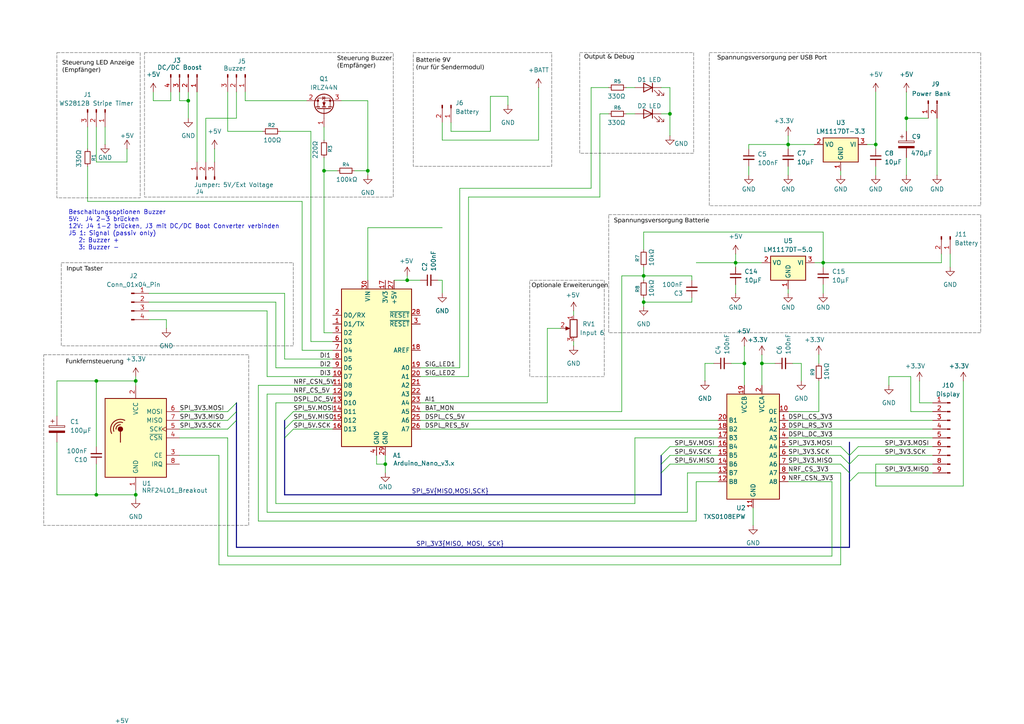
<source format=kicad_sch>
(kicad_sch (version 20250114) (generator "eeschema") (generator_version "9.0")
  (paper "A4")
  (title_block (title "Bogenampel") (date "2025-12-23") (rev "3.0") (comment 1 "Bestückung nach Bedarf") (comment 2 "Empfänger/Sender ") (comment 3 "Kombinierte Schaltung"))
  (lib_symbols
    (symbol "Connector:Conn_01x02_Pin" (pin_names (offset 1.016) (hide yes))
      (property "Reference" "J" (at 0 2.54 0))
      (property "Value" "Conn_01x02_Pin" (at 0 -5.08 0))
      (symbol "Conn_01x02_Pin_1_1"
        (pin passive line (at 5.08 0 180) (length 3.81) (name "Pin_1") (number "1"))
        (pin passive line (at 5.08 -2.54 180) (length 3.81) (name "Pin_2") (number "2"))
      )
    )
    (symbol "Connector:Conn_01x03_Pin" (pin_names (offset 1.016) (hide yes))
      (property "Reference" "J" (at 0 5.08 0))
      (property "Value" "Conn_01x03_Pin" (at 0 -5.08 0))
      (symbol "Conn_01x03_Pin_1_1"
        (pin passive line (at 5.08 2.54 180) (length 3.81) (name "Pin_1") (number "1"))
        (pin passive line (at 5.08 0 180) (length 3.81) (name "Pin_2") (number "2"))
        (pin passive line (at 5.08 -2.54 180) (length 3.81) (name "Pin_3") (number "3"))
      )
    )
    (symbol "Connector:Conn_01x04_Pin" (pin_names (offset 1.016) (hide yes))
      (property "Reference" "J" (at 0 5.08 0))
      (property "Value" "Conn_01x04_Pin" (at 0 -7.62 0))
      (symbol "Conn_01x04_Pin_1_1"
        (pin passive line (at 5.08 2.54 180) (length 3.81) (name "Pin_1") (number "1"))
        (pin passive line (at 5.08 0 180) (length 3.81) (name "Pin_2") (number "2"))
        (pin passive line (at 5.08 -2.54 180) (length 3.81) (name "Pin_3") (number "3"))
        (pin passive line (at 5.08 -5.08 180) (length 3.81) (name "Pin_4") (number "4"))
      )
    )
    (symbol "Connector:Conn_01x06_Pin" (pin_names (offset 1.016) (hide yes))
      (property "Reference" "J" (at 0 7.62 0))
      (property "Value" "Conn_01x06_Pin" (at 0 -10.16 0))
      (symbol "Conn_01x06_Pin_1_1"
        (pin passive line (at 5.08 5.08 180) (length 3.81) (name "Pin_1") (number "1"))
        (pin passive line (at 5.08 2.54 180) (length 3.81) (name "Pin_2") (number "2"))
        (pin passive line (at 5.08 0 180) (length 3.81) (name "Pin_3") (number "3"))
        (pin passive line (at 5.08 -2.54 180) (length 3.81) (name "Pin_4") (number "4"))
        (pin passive line (at 5.08 -5.08 180) (length 3.81) (name "Pin_5") (number "5"))
        (pin passive line (at 5.08 -7.62 180) (length 3.81) (name "Pin_6") (number "6"))
      )
    )
    (symbol "Connector:Conn_01x09_Pin" (pin_names (offset 1.016) (hide yes))
      (property "Reference" "J" (at 0 12.7 0))
      (property "Value" "Conn_01x09_Pin" (at 0 -12.7 0))
      (symbol "Conn_01x09_Pin_1_1"
        (pin passive line (at 5.08 10.16 180) (length 3.81) (name "Pin_1") (number "1"))
        (pin passive line (at 5.08 7.62 180) (length 3.81) (name "Pin_2") (number "2"))
        (pin passive line (at 5.08 5.08 180) (length 3.81) (name "Pin_3") (number "3"))
        (pin passive line (at 5.08 2.54 180) (length 3.81) (name "Pin_4") (number "4"))
        (pin passive line (at 5.08 0 180) (length 3.81) (name "Pin_5") (number "5"))
        (pin passive line (at 5.08 -2.54 180) (length 3.81) (name "Pin_6") (number "6"))
        (pin passive line (at 5.08 -5.08 180) (length 3.81) (name "Pin_7") (number "7"))
        (pin passive line (at 5.08 -7.62 180) (length 3.81) (name "Pin_8") (number "8"))
        (pin passive line (at 5.08 -10.16 180) (length 3.81) (name "Pin_9") (number "9"))
      )
    )
    (symbol "Device:C_Polarized" (pin_numbers (hide yes)) (pin_names (offset 0.254))
      (property "Reference" "C" (at 0.635 2.54 0))
      (property "Value" "C_Polarized" (at 0.635 -2.54 0))
      (symbol "C_Polarized_1_1"
        (pin passive line (at 0 3.81 270) (length 2.794) (name "~") (number "1"))
        (pin passive line (at 0 -3.81 90) (length 2.794) (name "~") (number "2"))
      )
    )
    (symbol "Device:C_Small" (pin_numbers (hide yes)) (pin_names (offset 0.254) (hide yes))
      (property "Reference" "C" (at 0.254 1.778 0))
      (property "Value" "C_Small" (at 0.254 -2.032 0))
      (symbol "C_Small_1_1"
        (pin passive line (at 0 2.54 270) (length 2.032) (name "~") (number "1"))
        (pin passive line (at 0 -2.54 90) (length 2.032) (name "~") (number "2"))
      )
    )
    (symbol "Device:Crystal" (pin_numbers (hide yes)) (pin_names (offset 1.016) (hide yes))
      (property "Reference" "Y" (at 0 3.81 0))
      (property "Value" "Crystal" (at 0 -3.81 0))
      (symbol "Crystal_1_1"
        (pin passive line (at -3.81 0 0) (length 1.27) (name "1") (number "1"))
        (pin passive line (at 3.81 0 180) (length 1.27) (name "2") (number "2"))
      )
    )
    (symbol "Device:LED" (pin_numbers (hide yes)) (pin_names (offset 1.016) (hide yes))
      (property "Reference" "D" (at 0 2.54 0))
      (property "Value" "LED" (at 0 -2.54 0))
      (symbol "LED_1_1"
        (pin passive line (at -3.81 0 0) (length 2.54) (name "K") (number "1"))
        (pin passive line (at 3.81 0 180) (length 2.54) (name "A") (number "2"))
      )
    )
    (symbol "Device:R_Potentiometer" (pin_names (offset 1.016) (hide yes))
      (property "Reference" "RV" (at -4.445 0 90))
      (property "Value" "R_Potentiometer" (at -2.54 0 90))
      (symbol "R_Potentiometer_1_1"
        (pin passive line (at 0 3.81 270) (length 1.27) (name "1") (number "1"))
        (pin passive line (at 0 -3.81 90) (length 1.27) (name "3") (number "3"))
        (pin passive line (at 3.81 0 180) (length 1.27) (name "2") (number "2"))
      )
    )
    (symbol "Device:R_Small" (pin_numbers (hide yes)) (pin_names (offset 0.254) (hide yes))
      (property "Reference" "R" (at 0 0 90))
      (property "Value" "R_Small" (at 1.778 0 90))
      (symbol "R_Small_1_1"
        (pin passive line (at 0 2.54 270) (length 0.762) (name "~") (number "1"))
        (pin passive line (at 0 -2.54 90) (length 0.762) (name "~") (number "2"))
      )
    )
    (symbol "Logic_LevelTranslator:TXS0108EPW"
      (property "Reference" "U" (at -6.35 16.51 0))
      (property "Value" "TXS0108EPW" (at 3.81 16.51 0))
      (symbol "TXS0108EPW_1_1"
        (pin input line (at -10.16 10.16 0) (length 2.54) (name "OE") (number "10"))
        (pin bidirectional line (at -10.16 7.62 0) (length 2.54) (name "A1") (number "1"))
        (pin bidirectional line (at -10.16 5.08 0) (length 2.54) (name "A2") (number "3"))
        (pin bidirectional line (at -10.16 2.54 0) (length 2.54) (name "A3") (number "4"))
        (pin bidirectional line (at -10.16 0 0) (length 2.54) (name "A4") (number "5"))
        (pin bidirectional line (at -10.16 -2.54 0) (length 2.54) (name "A5") (number "6"))
        (pin bidirectional line (at -10.16 -5.08 0) (length 2.54) (name "A6") (number "7"))
        (pin bidirectional line (at -10.16 -7.62 0) (length 2.54) (name "A7") (number "8"))
        (pin bidirectional line (at -10.16 -10.16 0) (length 2.54) (name "A8") (number "9"))
        (pin power_in line (at -2.54 17.78 270) (length 2.54) (name "VCCA") (number "2"))
        (pin power_in line (at 0 -17.78 90) (length 2.54) (name "GND") (number "11"))
        (pin power_in line (at 2.54 17.78 270) (length 2.54) (name "VCCB") (number "19"))
        (pin bidirectional line (at 10.16 7.62 180) (length 2.54) (name "B1") (number "20"))
        (pin bidirectional line (at 10.16 5.08 180) (length 2.54) (name "B2") (number "18"))
        (pin bidirectional line (at 10.16 2.54 180) (length 2.54) (name "B3") (number "17"))
        (pin bidirectional line (at 10.16 0 180) (length 2.54) (name "B4") (number "16"))
        (pin bidirectional line (at 10.16 -2.54 180) (length 2.54) (name "B5") (number "15"))
        (pin bidirectional line (at 10.16 -5.08 180) (length 2.54) (name "B6") (number "14"))
        (pin bidirectional line (at 10.16 -7.62 180) (length 2.54) (name "B7") (number "13"))
        (pin bidirectional line (at 10.16 -10.16 180) (length 2.54) (name "B8") (number "12"))
      )
    )
    (symbol "MCU_Microchip_ATmega:ATmega328P-A"
      (property "Reference" "U" (at -12.7 36.83 0))
      (property "Value" "ATmega328P-A" (at 2.54 -36.83 0))
      (symbol "ATmega328P-A_1_1"
        (pin passive line (at -15.24 30.48 0) (length 2.54) (name "AREF") (number "20"))
        (pin input line (at -15.24 25.4 0) (length 2.54) (name "ADC6") (number "19"))
        (pin input line (at -15.24 22.86 0) (length 2.54) (name "ADC7") (number "22"))
        (pin power_in line (at 0 38.1 270) (length 2.54) (name "VCC") (number "4"))
        (pin passive line (at 0 38.1 270) (length 2.54) (hide yes) (name "VCC") (number "6"))
        (pin passive line (at 0 -38.1 90) (length 2.54) (hide yes) (name "GND") (number "21"))
        (pin power_in line (at 0 -38.1 90) (length 2.54) (name "GND") (number "3"))
        (pin passive line (at 0 -38.1 90) (length 2.54) (hide yes) (name "GND") (number "5"))
        (pin power_in line (at 2.54 38.1 270) (length 2.54) (name "AVCC") (number "18"))
        (pin bidirectional line (at 15.24 30.48 180) (length 2.54) (name "PB0") (number "12"))
        (pin bidirectional line (at 15.24 27.94 180) (length 2.54) (name "PB1") (number "13"))
        (pin bidirectional line (at 15.24 25.4 180) (length 2.54) (name "PB2") (number "14"))
        (pin bidirectional line (at 15.24 22.86 180) (length 2.54) (name "PB3") (number "15"))
        (pin bidirectional line (at 15.24 20.32 180) (length 2.54) (name "PB4") (number "16"))
        (pin bidirectional line (at 15.24 17.78 180) (length 2.54) (name "PB5") (number "17"))
        (pin bidirectional line (at 15.24 15.24 180) (length 2.54) (name "XTAL1/PB6") (number "7"))
        (pin bidirectional line (at 15.24 12.7 180) (length 2.54) (name "XTAL2/PB7") (number "8"))
        (pin bidirectional line (at 15.24 7.62 180) (length 2.54) (name "PC0") (number "23"))
        (pin bidirectional line (at 15.24 5.08 180) (length 2.54) (name "PC1") (number "24"))
        (pin bidirectional line (at 15.24 2.54 180) (length 2.54) (name "PC2") (number "25"))
        (pin bidirectional line (at 15.24 0 180) (length 2.54) (name "PC3") (number "26"))
        (pin bidirectional line (at 15.24 -2.54 180) (length 2.54) (name "PC4") (number "27"))
        (pin bidirectional line (at 15.24 -5.08 180) (length 2.54) (name "PC5") (number "28"))
        (pin bidirectional line (at 15.24 -7.62 180) (length 2.54) (name "~{RESET}/PC6") (number "29"))
        (pin bidirectional line (at 15.24 -12.7 180) (length 2.54) (name "PD0") (number "30"))
        (pin bidirectional line (at 15.24 -15.24 180) (length 2.54) (name "PD1") (number "31"))
        (pin bidirectional line (at 15.24 -17.78 180) (length 2.54) (name "PD2") (number "32"))
        (pin bidirectional line (at 15.24 -20.32 180) (length 2.54) (name "PD3") (number "1"))
        (pin bidirectional line (at 15.24 -22.86 180) (length 2.54) (name "PD4") (number "2"))
        (pin bidirectional line (at 15.24 -25.4 180) (length 2.54) (name "PD5") (number "9"))
        (pin bidirectional line (at 15.24 -27.94 180) (length 2.54) (name "PD6") (number "10"))
        (pin bidirectional line (at 15.24 -30.48 180) (length 2.54) (name "PD7") (number "11"))
      )
    )
    (symbol "MCU_Module:Arduino_Nano_v3.x"
      (property "Reference" "A" (at -10.16 23.495 0))
      (property "Value" "Arduino_Nano_v3.x" (at 5.08 -24.13 0))
      (symbol "Arduino_Nano_v3.x_1_1"
        (pin bidirectional line (at -12.7 15.24 0) (length 2.54) (name "D0/RX") (number "2"))
        (pin bidirectional line (at -12.7 12.7 0) (length 2.54) (name "D1/TX") (number "1"))
        (pin bidirectional line (at -12.7 10.16 0) (length 2.54) (name "D2") (number "5"))
        (pin bidirectional line (at -12.7 7.62 0) (length 2.54) (name "D3") (number "6"))
        (pin bidirectional line (at -12.7 5.08 0) (length 2.54) (name "D4") (number "7"))
        (pin bidirectional line (at -12.7 2.54 0) (length 2.54) (name "D5") (number "8"))
        (pin bidirectional line (at -12.7 0 0) (length 2.54) (name "D6") (number "9"))
        (pin bidirectional line (at -12.7 -2.54 0) (length 2.54) (name "D7") (number "10"))
        (pin bidirectional line (at -12.7 -5.08 0) (length 2.54) (name "D8") (number "11"))
        (pin bidirectional line (at -12.7 -7.62 0) (length 2.54) (name "D9") (number "12"))
        (pin bidirectional line (at -12.7 -10.16 0) (length 2.54) (name "D10") (number "13"))
        (pin bidirectional line (at -12.7 -12.7 0) (length 2.54) (name "D11") (number "14"))
        (pin bidirectional line (at -12.7 -15.24 0) (length 2.54) (name "D12") (number "15"))
        (pin bidirectional line (at -12.7 -17.78 0) (length 2.54) (name "D13") (number "16"))
        (pin power_in line (at -2.54 25.4 270) (length 2.54) (name "VIN") (number "30"))
        (pin power_in line (at 0 -25.4 90) (length 2.54) (name "GND") (number "4"))
        (pin power_out line (at 2.54 25.4 270) (length 2.54) (name "3V3") (number "17"))
        (pin power_in line (at 2.54 -25.4 90) (length 2.54) (name "GND") (number "29"))
        (pin power_out line (at 5.08 25.4 270) (length 2.54) (name "+5V") (number "27"))
        (pin input line (at 12.7 15.24 180) (length 2.54) (name "~{RESET}") (number "28"))
        (pin input line (at 12.7 12.7 180) (length 2.54) (name "~{RESET}") (number "3"))
        (pin input line (at 12.7 5.08 180) (length 2.54) (name "AREF") (number "18"))
        (pin bidirectional line (at 12.7 0 180) (length 2.54) (name "A0") (number "19"))
        (pin bidirectional line (at 12.7 -2.54 180) (length 2.54) (name "A1") (number "20"))
        (pin bidirectional line (at 12.7 -5.08 180) (length 2.54) (name "A2") (number "21"))
        (pin bidirectional line (at 12.7 -7.62 180) (length 2.54) (name "A3") (number "22"))
        (pin bidirectional line (at 12.7 -10.16 180) (length 2.54) (name "A4") (number "23"))
        (pin bidirectional line (at 12.7 -12.7 180) (length 2.54) (name "A5") (number "24"))
        (pin bidirectional line (at 12.7 -15.24 180) (length 2.54) (name "A6") (number "25"))
        (pin bidirectional line (at 12.7 -17.78 180) (length 2.54) (name "A7") (number "26"))
      )
    )
    (symbol "RF:NRF24L01_Breakout" (pin_names (offset 1.016))
      (property "Reference" "U" (at -8.89 12.7 0))
      (property "Value" "NRF24L01_Breakout" (at 3.81 12.7 0))
      (symbol "NRF24L01_Breakout_1_1"
        (pin input line (at -12.7 7.62 0) (length 3.81) (name "MOSI") (number "6"))
        (pin output line (at -12.7 5.08 0) (length 3.81) (name "MISO") (number "7"))
        (pin input clock (at -12.7 2.54 0) (length 3.81) (name "SCK") (number "5"))
        (pin input line (at -12.7 0 0) (length 3.81) (name "~{CSN}") (number "4"))
        (pin input line (at -12.7 -5.08 0) (length 3.81) (name "CE") (number "3"))
        (pin output line (at -12.7 -7.62 0) (length 3.81) (name "IRQ") (number "8"))
        (pin power_in line (at 0 15.24 270) (length 3.81) (name "VCC") (number "2"))
        (pin power_in line (at 0 -15.24 90) (length 3.81) (name "GND") (number "1"))
      )
    )
    (symbol "Regulator_Linear:LM1117DT-3.3"
      (property "Reference" "U" (at -3.81 3.175 0))
      (property "Value" "LM1117DT-3.3" (at 0 3.175 0))
      (symbol "LM1117DT-3.3_1_1"
        (pin power_in line (at -7.62 0 0) (length 2.54) (name "VI") (number "3"))
        (pin power_in line (at 0 -7.62 90) (length 2.54) (name "GND") (number "1"))
        (pin power_out line (at 7.62 0 180) (length 2.54) (name "VO") (number "2"))
      )
    )
    (symbol "Transistor_FET:IRLZ44N" (pin_names (hide yes))
      (property "Reference" "Q" (at 5.08 1.905 0))
      (property "Value" "IRLZ44N" (at 5.08 0 0))
      (symbol "IRLZ44N_1_1"
        (pin input line (at -5.08 0 0) (length 2.54) (name "G") (number "1"))
        (pin passive line (at 2.54 5.08 270) (length 2.54) (name "D") (number "2"))
        (pin passive line (at 2.54 -5.08 90) (length 2.54) (name "S") (number "3"))
      )
    )
    (symbol "power:+3.3V" (power) (pin_numbers (hide yes)) (pin_names (offset 0) (hide yes))
      (property "Value" "+3.3V" (at 0 3.556 0))
      (symbol "+3.3V_1_1"
        (pin power_in line (at 0 0 90) (length 0) (name "~") (number "1"))
      )
    )
    (symbol "power:+5V" (power) (pin_numbers (hide yes)) (pin_names (offset 0) (hide yes))
      (property "Value" "+5V" (at 0 3.556 0))
      (symbol "+5V_1_1"
        (pin power_in line (at 0 0 90) (length 0) (name "~") (number "1"))
      )
    )
    (symbol "power:+BATT" (power) (pin_numbers (hide yes)) (pin_names (offset 0) (hide yes))
      (property "Value" "+BATT" (at 0 3.556 0))
      (symbol "+BATT_1_1"
        (pin power_in line (at 0 0 90) (length 0) (name "~") (number "1"))
      )
    )
    (symbol "power:GND" (power) (pin_numbers (hide yes)) (pin_names (offset 0) (hide yes))
      (property "Value" "GND" (at 0 -3.81 0))
      (symbol "GND_1_1"
        (pin power_in line (at 0 0 270) (length 0) (name "~") (number "1"))
      )
    )
  )
  (rectangle (start 168.148 15.24) (end 201.168 44.45) (stroke (width 0.0508) (type dash) (color 0 0 0 1)))
  (rectangle (start 17.78 76.2) (end 85.09 100.33) (stroke (width 0.0508) (type dash) (color 0 0 0 1)))
  (rectangle (start 205.74 15.24) (end 284.48 59.69) (stroke (width 0.0508) (type dash) (color 0 0 0 1)))
  (rectangle (start 16.51 15.24) (end 40.64 57.404) (stroke (width 0.0508) (type dash) (color 0 0 0 1)))
  (rectangle (start 153.67 81.28) (end 175.26 109.22) (stroke (width 0.0508) (type dash) (color 0 0 0 1)))
  (rectangle (start 176.53 62.23) (end 284.48 96.52) (stroke (width 0.0508) (type dash) (color 0 0 0 1)))
  (rectangle (start 12.7 102.87) (end 72.136 152.4) (stroke (width 0.0508) (type dash) (color 0 0 0 1)))
  (rectangle (start 119.888 15.24) (end 160.02 48.26) (stroke (width 0.0508) (type dash) (color 0 0 0 1)))
  (rectangle (start 41.91 15.24) (end 114.046 57.15) (stroke (width 0.0508) (type dash) (color 0 0 0 1)))
  (text "Steuerung Buzzer\n(Empfänger)" (at 97.79 18.542 0) (effects (font (size 1.27 1.27)) (justify left)))
  (text "Beschaltungsoptionen Buzzer\n5V:  J4 2-3 brücken\n12V: J4 1-2 brücken, J3 mit DC/DC Boot Converter verbinden\nJ5 1: Signal (passiv only) \n   2: Buzzer + \n   3: Buzzer -\n\n\n" (at 19.812 68.834 0) (effects (font (size 1.27 1.27)) (justify left)))
  (text "Input Taster" (at 19.304 78.486 0) (effects (font (size 1.27 1.27)) (justify left)))
  (text "Steuerung LED Anzeige\n(Empfänger)" (at 18.034 19.812 0) (effects (font (size 1.27 1.27)) (justify left)))
  (text "Spannungsversorgung per USB Port" (at 208.026 17.272 0) (effects (font (size 1.27 1.27)) (justify left)))
  (text "Batterie 9V\n(nur für Sendermodul)\n" (at 120.65 19.05 0) (effects (font (size 1.27 1.27)) (justify left)))
  (text "Spannungsversorgung Batterie\n" (at 178.054 64.516 0) (effects (font (size 1.27 1.27)) (justify left)))
  (text "Optionale Erweiterungen\n" (at 154.178 83.312 0) (effects (font (size 1.27 1.27)) (justify left)))
  (text "Funkfernsteuerung" (at 19.05 105.41 0) (effects (font (size 1.27 1.27)) (justify left)))
  (text "Output & Debug\n" (at 169.418 17.018 0) (effects (font (size 1.27 1.27)) (justify left)))
  (junction (at 106.68 49.53))
  (junction (at 35.56 214.63))
  (junction (at 50.8 302.26))
  (junction (at 194.31 33.02))
  (junction (at 186.69 80.01))
  (junction (at 50.8 214.63))
  (junction (at 118.11 81.28))
  (junction (at 54.61 29.21))
  (junction (at 228.6 41.91))
  (junction (at 27.94 143.51))
  (junction (at 215.9 105.41))
  (junction (at 27.94 110.49))
  (junction (at 39.37 143.51))
  (junction (at 99.06 243.84))
  (junction (at 213.36 76.2))
  (junction (at 238.76 76.2))
  (junction (at 254 41.91))
  (junction (at 186.69 87.63))
  (junction (at 111.76 134.62))
  (junction (at 220.98 105.41))
  (junction (at 39.37 110.49))
  (junction (at 262.89 34.29))
  (junction (at 85.09 243.84))
  (junction (at 93.98 49.53))
  (junction (at 166.37 262.89))
  (bus_entry (at 191.77 137.16) (size 2.54 -2.54))
  (bus_entry (at 246.38 132.08) (size -2.54 -2.54))
  (bus_entry (at 82.55 124.46) (size 2.54 -2.54))
  (bus_entry (at 246.38 139.7) (size 2.54 -2.54))
  (bus_entry (at 68.58 116.84) (size -2.54 2.54))
  (bus_entry (at 68.58 119.38) (size -2.54 2.54))
  (bus_entry (at 68.58 121.92) (size -2.54 2.54))
  (bus_entry (at 191.77 134.62) (size 2.54 -2.54))
  (bus_entry (at 246.38 137.16) (size -2.54 -2.54))
  (bus_entry (at 191.77 132.08) (size 2.54 -2.54))
  (bus_entry (at 82.55 127) (size 2.54 -2.54))
  (bus_entry (at 246.38 132.08) (size 2.54 -2.54))
  (bus_entry (at 246.38 134.62) (size 2.54 -2.54))
  (bus_entry (at 246.38 134.62) (size -2.54 -2.54))
  (bus_entry (at 82.55 121.92) (size 2.54 -2.54))
  (wire (pts (xy 254 134.62) (xy 254 140.97)))
  (wire (pts (xy 236.22 41.91) (xy 228.6 41.91)))
  (wire (pts (xy 254 43.18) (xy 254 41.91)))
  (wire (pts (xy 254 41.91) (xy 251.46 41.91)))
  (wire (pts (xy 106.68 29.21) (xy 106.68 49.53)))
  (wire (pts (xy 133.35 54.61) (xy 133.35 106.68)))
  (wire (pts (xy 237.49 102.87) (xy 237.49 105.41)))
  (bus (pts (xy 68.58 158.75) (xy 246.38 158.75)))
  (bus (pts (xy 82.55 124.46) (xy 82.55 127)))
  (wire (pts (xy 186.69 80.01) (xy 186.69 81.28)))
  (bus (pts (xy 82.55 143.51) (xy 191.77 143.51)))
  (wire (pts (xy 236.22 76.2) (xy 238.76 76.2)))
  (wire (pts (xy 228.6 119.38) (xy 237.49 119.38)))
  (wire (pts (xy 77.47 148.59) (xy 199.39 148.59)))
  (wire (pts (xy 232.41 105.41) (xy 232.41 110.49)))
  (wire (pts (xy 102.87 49.53) (xy 106.68 49.53)))
  (wire (pts (xy 184.15 33.02) (xy 181.61 33.02)))
  (wire (pts (xy 166.37 262.89) (xy 173.99 262.89)))
  (wire (pts (xy 68.58 34.29) (xy 68.58 26.67)))
  (wire (pts (xy 204.47 110.49) (xy 204.47 105.41)))
  (wire (pts (xy 85.09 243.84) (xy 85.09 242.57)))
  (wire (pts (xy 194.31 33.02) (xy 194.31 39.37)))
  (wire (pts (xy 184.15 25.4) (xy 181.61 25.4)))
  (wire (pts (xy 215.9 100.33) (xy 215.9 105.41)))
  (wire (pts (xy 228.6 41.91) (xy 217.17 41.91)))
  (wire (pts (xy 59.69 34.29) (xy 68.58 34.29)))
  (wire (pts (xy 27.94 46.99) (xy 36.83 46.99)))
  (wire (pts (xy 262.89 34.29) (xy 262.89 38.1)))
  (wire (pts (xy 35.56 214.63) (xy 50.8 214.63)))
  (wire (pts (xy 27.94 110.49) (xy 16.51 110.49)))
  (wire (pts (xy 212.09 105.41) (xy 215.9 105.41)))
  (wire (pts (xy 121.92 116.84) (xy 158.75 116.84)))
  (wire (pts (xy 271.78 34.29) (xy 271.78 50.8)))
  (wire (pts (xy 182.88 280.67) (xy 182.88 257.81)))
  (wire (pts (xy 243.84 49.53) (xy 243.84 50.8)))
  (wire (pts (xy 87.63 101.6) (xy 96.52 101.6)))
  (wire (pts (xy 111.76 132.08) (xy 111.76 134.62)))
  (wire (pts (xy 66.04 161.29) (xy 66.04 127)))
  (wire (pts (xy 121.92 106.68) (xy 133.35 106.68)))
  (wire (pts (xy 93.98 49.53) (xy 93.98 45.72)))
  (wire (pts (xy 228.6 129.54) (xy 243.84 129.54)))
  (wire (pts (xy 173.99 33.02) (xy 173.99 57.15)))
  (wire (pts (xy 39.37 143.51) (xy 39.37 144.78)))
  (wire (pts (xy 80.01 146.05) (xy 184.15 146.05)))
  (wire (pts (xy 77.47 114.3) (xy 96.52 114.3)))
  (wire (pts (xy 228.6 83.82) (xy 228.6 85.09)))
  (wire (pts (xy 96.52 116.84) (xy 80.01 116.84)))
  (wire (pts (xy 85.09 124.46) (xy 96.52 124.46)))
  (wire (pts (xy 238.76 82.55) (xy 238.76 85.09)))
  (wire (pts (xy 66.04 262.89) (xy 166.37 262.89)))
  (wire (pts (xy 248.92 137.16) (xy 270.51 137.16)))
  (wire (pts (xy 54.61 29.21) (xy 54.61 34.29)))
  (wire (pts (xy 118.11 81.28) (xy 114.3 81.28)))
  (wire (pts (xy 185.42 283.21) (xy 147.32 283.21)))
  (wire (pts (xy 158.75 95.25) (xy 158.75 116.84)))
  (wire (pts (xy 27.94 36.83) (xy 27.94 46.99)))
  (wire (pts (xy 118.11 81.28) (xy 118.11 80.01)))
  (wire (pts (xy 228.6 48.26) (xy 228.6 50.8)))
  (wire (pts (xy 93.98 96.52) (xy 96.52 96.52)))
  (wire (pts (xy 127 81.28) (xy 128.27 81.28)))
  (wire (pts (xy 39.37 110.49) (xy 27.94 110.49)))
  (wire (pts (xy 85.09 242.57) (xy 66.04 242.57)))
  (wire (pts (xy 213.36 76.2) (xy 213.36 77.47)))
  (wire (pts (xy 243.84 163.83) (xy 63.5 163.83)))
  (wire (pts (xy 215.9 105.41) (xy 215.9 111.76)))
  (bus (pts (xy 246.38 139.7) (xy 246.38 158.75)))
  (wire (pts (xy 199.39 137.16) (xy 208.28 137.16)))
  (wire (pts (xy 171.45 54.61) (xy 133.35 54.61)))
  (wire (pts (xy 142.24 38.1) (xy 130.81 38.1)))
  (wire (pts (xy 228.6 124.46) (xy 270.51 124.46)))
  (wire (pts (xy 257.81 109.22) (xy 264.16 109.22)))
  (wire (pts (xy 186.69 77.47) (xy 186.69 80.01)))
  (wire (pts (xy 186.69 67.31) (xy 186.69 72.39)))
  (wire (pts (xy 228.6 41.91) (xy 228.6 43.18)))
  (wire (pts (xy 171.45 25.4) (xy 171.45 54.61)))
  (wire (pts (xy 147.32 283.21) (xy 147.32 270.51)))
  (bus (pts (xy 82.55 127) (xy 82.55 143.51)))
  (wire (pts (xy 218.44 147.32) (xy 218.44 152.4)))
  (wire (pts (xy 217.17 48.26) (xy 217.17 50.8)))
  (wire (pts (xy 173.99 33.02) (xy 176.53 33.02)))
  (wire (pts (xy 243.84 137.16) (xy 243.84 163.83)))
  (wire (pts (xy 52.07 132.08) (xy 63.5 132.08)))
  (wire (pts (xy 176.53 25.4) (xy 171.45 25.4)))
  (wire (pts (xy 228.6 121.92) (xy 270.51 121.92)))
  (wire (pts (xy 66.04 127) (xy 52.07 127)))
  (wire (pts (xy 185.42 240.03) (xy 189.23 240.03)))
  (wire (pts (xy 66.04 26.67) (xy 66.04 38.1)))
  (wire (pts (xy 147.32 270.51) (xy 66.04 270.51)))
  (wire (pts (xy 182.88 242.57) (xy 182.88 255.27)))
  (bus (pts (xy 68.58 116.84) (xy 68.58 119.38)))
  (wire (pts (xy 185.42 260.35) (xy 185.42 283.21)))
  (wire (pts (xy 43.18 85.09) (xy 82.55 85.09)))
  (wire (pts (xy 50.8 302.26) (xy 50.8 306.07)))
  (wire (pts (xy 147.32 27.94) (xy 142.24 27.94)))
  (wire (pts (xy 25.4 36.83) (xy 25.4 43.18)))
  (wire (pts (xy 172.72 270.51) (xy 172.72 274.32)))
  (wire (pts (xy 194.31 33.02) (xy 191.77 33.02)))
  (wire (pts (xy 111.76 134.62) (xy 111.76 137.16)))
  (wire (pts (xy 106.68 81.28) (xy 106.68 66.04)))
  (wire (pts (xy 66.04 267.97) (xy 149.86 267.97)))
  (wire (pts (xy 27.94 134.62) (xy 27.94 143.51)))
  (wire (pts (xy 63.5 163.83) (xy 63.5 132.08)))
  (wire (pts (xy 130.81 38.1) (xy 130.81 35.56)))
  (wire (pts (xy 82.55 104.14) (xy 96.52 104.14)))
  (wire (pts (xy 200.66 86.36) (xy 200.66 87.63)))
  (wire (pts (xy 229.87 105.41) (xy 232.41 105.41)))
  (wire (pts (xy 156.21 40.64) (xy 128.27 40.64)))
  (wire (pts (xy 248.92 132.08) (xy 270.51 132.08)))
  (wire (pts (xy 128.27 81.28) (xy 128.27 85.09)))
  (wire (pts (xy 52.07 124.46) (xy 66.04 124.46)))
  (wire (pts (xy 80.01 116.84) (xy 80.01 146.05)))
  (wire (pts (xy 204.47 105.41) (xy 207.01 105.41)))
  (wire (pts (xy 220.98 111.76) (xy 220.98 105.41)))
  (wire (pts (xy 121.92 124.46) (xy 208.28 124.46)))
  (wire (pts (xy 87.63 58.42) (xy 87.63 101.6)))
  (wire (pts (xy 40.64 302.26) (xy 43.18 302.26)))
  (wire (pts (xy 184.15 127) (xy 208.28 127)))
  (wire (pts (xy 186.69 67.31) (xy 238.76 67.31)))
  (wire (pts (xy 121.92 119.38) (xy 180.34 119.38)))
  (wire (pts (xy 254 26.67) (xy 254 41.91)))
  (wire (pts (xy 186.69 260.35) (xy 185.42 260.35)))
  (wire (pts (xy 85.09 119.38) (xy 96.52 119.38)))
  (wire (pts (xy 238.76 67.31) (xy 238.76 76.2)))
  (wire (pts (xy 50.8 214.63) (xy 50.8 217.17)))
  (bus (pts (xy 191.77 132.08) (xy 191.77 134.62)))
  (wire (pts (xy 43.18 92.71) (xy 48.26 92.71)))
  (wire (pts (xy 199.39 148.59) (xy 199.39 137.16)))
  (wire (pts (xy 85.09 243.84) (xy 85.09 247.65)))
  (bus (pts (xy 246.38 134.62) (xy 246.38 137.16)))
  (wire (pts (xy 173.99 57.15) (xy 135.89 57.15)))
  (wire (pts (xy 54.61 26.67) (xy 54.61 29.21)))
  (wire (pts (xy 71.12 29.21) (xy 88.9 29.21)))
  (wire (pts (xy 77.47 109.22) (xy 96.52 109.22)))
  (wire (pts (xy 186.69 86.36) (xy 186.69 87.63)))
  (wire (pts (xy 57.15 26.67) (xy 57.15 46.99)))
  (wire (pts (xy 99.06 243.84) (xy 99.06 247.65)))
  (wire (pts (xy 194.31 25.4) (xy 191.77 25.4)))
  (wire (pts (xy 52.07 26.67) (xy 52.07 29.21)))
  (wire (pts (xy 52.07 29.21) (xy 54.61 29.21)))
  (wire (pts (xy 220.98 102.87) (xy 220.98 105.41)))
  (wire (pts (xy 185.42 250.19) (xy 185.42 240.03)))
  (wire (pts (xy 39.37 110.49) (xy 39.37 111.76)))
  (wire (pts (xy 135.89 109.22) (xy 121.92 109.22)))
  (wire (pts (xy 43.18 90.17) (xy 77.47 90.17)))
  (wire (pts (xy 228.6 41.91) (xy 228.6 39.37)))
  (wire (pts (xy 50.8 214.63) (xy 53.34 214.63)))
  (wire (pts (xy 109.22 132.08) (xy 109.22 134.62)))
  (wire (pts (xy 99.06 252.73) (xy 99.06 254)))
  (wire (pts (xy 213.36 82.55) (xy 213.36 85.09)))
  (wire (pts (xy 80.01 87.63) (xy 80.01 106.68)))
  (wire (pts (xy 142.24 27.94) (xy 142.24 38.1)))
  (wire (pts (xy 44.45 26.67) (xy 44.45 29.21)))
  (wire (pts (xy 106.68 66.04) (xy 128.27 66.04)))
  (wire (pts (xy 264.16 119.38) (xy 270.51 119.38)))
  (wire (pts (xy 182.88 255.27) (xy 186.69 255.27)))
  (bus (pts (xy 246.38 132.08) (xy 246.38 134.62)))
  (wire (pts (xy 213.36 76.2) (xy 201.93 76.2)))
  (bus (pts (xy 82.55 121.92) (xy 82.55 124.46)))
  (wire (pts (xy 273.05 73.66) (xy 273.05 76.2)))
  (wire (pts (xy 27.94 143.51) (xy 39.37 143.51)))
  (wire (pts (xy 166.37 270.51) (xy 166.37 262.89)))
  (wire (pts (xy 170.18 270.51) (xy 166.37 270.51)))
  (wire (pts (xy 158.75 95.25) (xy 162.56 95.25)))
  (bus (pts (xy 68.58 119.38) (xy 68.58 121.92)))
  (wire (pts (xy 186.69 87.63) (xy 186.69 88.9)))
  (wire (pts (xy 201.93 139.7) (xy 208.28 139.7)))
  (wire (pts (xy 194.31 132.08) (xy 208.28 132.08)))
  (wire (pts (xy 87.63 243.84) (xy 85.09 243.84)))
  (wire (pts (xy 71.12 26.67) (xy 71.12 29.21)))
  (wire (pts (xy 238.76 77.47) (xy 238.76 76.2)))
  (wire (pts (xy 36.83 43.18) (xy 36.83 46.99)))
  (wire (pts (xy 50.8 293.37) (xy 50.8 302.26)))
  (wire (pts (xy 275.59 73.66) (xy 275.59 77.47)))
  (wire (pts (xy 74.93 111.76) (xy 96.52 111.76)))
  (wire (pts (xy 59.69 46.99) (xy 59.69 34.29)))
  (wire (pts (xy 77.47 90.17) (xy 77.47 109.22)))
  (wire (pts (xy 228.6 134.62) (xy 243.84 134.62)))
  (wire (pts (xy 81.28 38.1) (xy 90.17 38.1)))
  (wire (pts (xy 16.51 128.27) (xy 16.51 143.51)))
  (wire (pts (xy 166.37 260.35) (xy 166.37 262.89)))
  (bus (pts (xy 246.38 137.16) (xy 246.38 139.7)))
  (wire (pts (xy 62.23 43.18) (xy 62.23 46.99)))
  (wire (pts (xy 77.47 148.59) (xy 77.47 114.3)))
  (wire (pts (xy 74.93 151.13) (xy 74.93 111.76)))
  (wire (pts (xy 16.51 143.51) (xy 27.94 143.51)))
  (wire (pts (xy 52.07 121.92) (xy 66.04 121.92)))
  (wire (pts (xy 39.37 109.22) (xy 39.37 110.49)))
  (wire (pts (xy 149.86 267.97) (xy 149.86 280.67)))
  (bus (pts (xy 191.77 137.16) (xy 191.77 143.51)))
  (wire (pts (xy 48.26 302.26) (xy 50.8 302.26)))
  (wire (pts (xy 220.98 76.2) (xy 213.36 76.2)))
  (wire (pts (xy 241.3 139.7) (xy 241.3 161.29)))
  (wire (pts (xy 238.76 76.2) (xy 273.05 76.2)))
  (wire (pts (xy 85.09 121.92) (xy 96.52 121.92)))
  (wire (pts (xy 201.93 151.13) (xy 201.93 139.7)))
  (wire (pts (xy 228.6 139.7) (xy 241.3 139.7)))
  (wire (pts (xy 82.55 85.09) (xy 82.55 104.14)))
  (wire (pts (xy 220.98 105.41) (xy 224.79 105.41)))
  (wire (pts (xy 262.89 26.67) (xy 262.89 34.29)))
  (wire (pts (xy 30.48 36.83) (xy 30.48 41.91)))
  (wire (pts (xy 166.37 252.73) (xy 166.37 255.27)))
  (wire (pts (xy 254 134.62) (xy 270.51 134.62)))
  (wire (pts (xy 95.25 243.84) (xy 99.06 243.84)))
  (wire (pts (xy 279.4 110.49) (xy 279.4 140.97)))
  (wire (pts (xy 99.06 240.03) (xy 99.06 243.84)))
  (wire (pts (xy 80.01 106.68) (xy 96.52 106.68)))
  (wire (pts (xy 179.07 262.89) (xy 186.69 262.89)))
  (wire (pts (xy 266.7 116.84) (xy 270.51 116.84)))
  (wire (pts (xy 99.06 29.21) (xy 106.68 29.21)))
  (bus (pts (xy 68.58 121.92) (xy 68.58 158.75)))
  (wire (pts (xy 264.16 119.38) (xy 264.16 109.22)))
  (wire (pts (xy 200.66 87.63) (xy 186.69 87.63)))
  (wire (pts (xy 80.01 87.63) (xy 43.18 87.63)))
  (wire (pts (xy 194.31 134.62) (xy 208.28 134.62)))
  (wire (pts (xy 93.98 96.52) (xy 93.98 49.53)))
  (wire (pts (xy 85.09 252.73) (xy 85.09 254)))
  (wire (pts (xy 184.15 127) (xy 184.15 146.05)))
  (wire (pts (xy 147.32 30.48) (xy 147.32 27.94)))
  (wire (pts (xy 213.36 76.2) (xy 213.36 73.66)))
  (wire (pts (xy 49.53 29.21) (xy 49.53 26.67)))
  (wire (pts (xy 262.89 45.72) (xy 262.89 50.8)))
  (bus (pts (xy 191.77 134.62) (xy 191.77 137.16)))
  (wire (pts (xy 39.37 142.24) (xy 39.37 143.51)))
  (wire (pts (xy 118.11 81.28) (xy 121.92 81.28)))
  (wire (pts (xy 74.93 151.13) (xy 201.93 151.13)))
  (wire (pts (xy 35.56 224.79) (xy 35.56 214.63)))
  (wire (pts (xy 27.94 110.49) (xy 27.94 129.54)))
  (wire (pts (xy 248.92 129.54) (xy 270.51 129.54)))
  (wire (pts (xy 106.68 49.53) (xy 106.68 50.8)))
  (wire (pts (xy 166.37 90.17) (xy 166.37 91.44)))
  (wire (pts (xy 166.37 99.06) (xy 166.37 100.33)))
  (wire (pts (xy 66.04 38.1) (xy 76.2 38.1)))
  (wire (pts (xy 241.3 161.29) (xy 66.04 161.29)))
  (wire (pts (xy 109.22 134.62) (xy 111.76 134.62)))
  (wire (pts (xy 149.86 280.67) (xy 182.88 280.67)))
  (wire (pts (xy 228.6 127) (xy 270.51 127)))
  (bus (pts (xy 246.38 128.27) (xy 246.38 132.08)))
  (wire (pts (xy 66.04 240.03) (xy 99.06 240.03)))
  (wire (pts (xy 40.64 302.26) (xy 40.64 300.99)))
  (wire (pts (xy 93.98 49.53) (xy 97.79 49.53)))
  (wire (pts (xy 254 140.97) (xy 279.4 140.97)))
  (wire (pts (xy 254 48.26) (xy 254 50.8)))
  (wire (pts (xy 237.49 119.38) (xy 237.49 110.49)))
  (wire (pts (xy 96.52 99.06) (xy 90.17 99.06)))
  (wire (pts (xy 186.69 80.01) (xy 200.66 80.01)))
  (wire (pts (xy 53.34 214.63) (xy 53.34 217.17)))
  (wire (pts (xy 16.51 110.49) (xy 16.51 120.65)))
  (wire (pts (xy 186.69 80.01) (xy 180.34 80.01)))
  (wire (pts (xy 35.56 213.36) (xy 35.56 214.63)))
  (wire (pts (xy 266.7 110.49) (xy 266.7 116.84)))
  (wire (pts (xy 194.31 25.4) (xy 194.31 33.02)))
  (wire (pts (xy 48.26 92.71) (xy 48.26 95.25)))
  (wire (pts (xy 257.81 109.22) (xy 257.81 111.76)))
  (wire (pts (xy 186.69 250.19) (xy 185.42 250.19)))
  (wire (pts (xy 93.98 36.83) (xy 93.98 40.64)))
  (wire (pts (xy 194.31 129.54) (xy 208.28 129.54)))
  (wire (pts (xy 128.27 35.56) (xy 128.27 40.64)))
  (wire (pts (xy 217.17 41.91) (xy 217.17 43.18)))
  (wire (pts (xy 180.34 80.01) (xy 180.34 119.38)))
  (wire (pts (xy 87.63 58.42) (xy 25.4 58.42)))
  (wire (pts (xy 44.45 29.21) (xy 49.53 29.21)))
  (wire (pts (xy 182.88 257.81) (xy 186.69 257.81)))
  (wire (pts (xy 228.6 132.08) (xy 243.84 132.08)))
  (wire (pts (xy 228.6 137.16) (xy 243.84 137.16)))
  (wire (pts (xy 25.4 58.42) (xy 25.4 48.26)))
  (wire (pts (xy 156.21 25.4) (xy 156.21 40.64)))
  (wire (pts (xy 189.23 240.03) (xy 189.23 242.57)))
  (wire (pts (xy 200.66 80.01) (xy 200.66 81.28)))
  (wire (pts (xy 52.07 119.38) (xy 66.04 119.38)))
  (wire (pts (xy 135.89 57.15) (xy 135.89 109.22)))
  (wire (pts (xy 121.92 121.92) (xy 208.28 121.92)))
  (wire (pts (xy 262.89 34.29) (xy 269.24 34.29)))
  (wire (pts (xy 90.17 99.06) (xy 90.17 38.1)))
  (label "NRF_CS_3V3" (at 228.6 137.16 0))
  (label "DSPL_CS_5V" (at 123.19 121.92 0))
  (label "SPI_5V.MISO" (at 195.58 134.62 0))
  (label "SPI_5V.MOSI" (at 85.09 119.38 0))
  (label "SPI_3V3.SCK" (at 256.54 132.08 0))
  (label "SPI_5V.SCK" (at 195.58 132.08 0))
  (label "SPI_3V3{MISO, MOSI, SCK}" (at 120.65 158.75 0))
  (label "SIG_LED2" (at 123.19 109.22 0))
  (label "SPI_3V3.SCK" (at 52.07 124.46 0))
  (label "SIG_LED1" (at 123.19 106.68 0))
  (label "SPI_5V.MISO" (at 85.09 121.92 0))
  (label "DSPL_RS_3V3" (at 228.6 124.46 0))
  (label "DSPL_DC_3V3" (at 228.6 127 0))
  (label "DSPL_CS_3V3" (at 228.6 121.92 0))
  (label "DI2" (at 92.71 106.68 0))
  (label "SPI_3V3.MISO" (at 52.07 121.92 0))
  (label "DI1" (at 92.71 104.14 0))
  (label "SPI_3V3.MISO" (at 228.6 134.62 0))
  (label "NRF_CSN_5V" (at 85.09 111.76 0))
  (label "DI3" (at 92.71 109.22 0))
  (label "NRF_CS_5V" (at 85.09 114.3 0))
  (label "SPI_5V.MOSI" (at 195.58 129.54 0))
  (label "SPI_3V3.SCK" (at 228.6 132.08 0))
  (label "SPI_3V3.MOSI" (at 256.54 129.54 0))
  (label "SPI_3V3.MISO" (at 256.54 137.16 0))
  (label "SPI_5V.SCK" (at 85.09 124.46 0))
  (label "SPI_3V3.MOSI" (at 228.6 129.54 0))
  (label "SPI_5V{MISO,MOSI,SCK}" (at 119.38 143.51 0))
  (label "DSPL_RES_5V" (at 123.19 124.46 0))
  (label "BAT_MON" (at 123.19 119.38 0))
  (label "SPI_3V3.MOSI" (at 52.07 119.38 0))
  (label "AI1" (at 123.19 116.84 0))
  (label "NRF_CSN_3V3" (at 228.6 139.7 0))
  (label "DSPL_DC_5V" (at 85.09 116.84 0))
  (symbol (lib_id "power:GND") (at 238.76 85.09 0) (unit 1)
    (property "Reference" "#PWR047" (effects (hide yes)))
    (property "Value" "GND" (at 238.76 89.154 0))
    (property "Description" "Power symbol creates a global label with name \"GND\" , ground" (effects (hide yes)))
  )
  (symbol (lib_id "Connector:Conn_01x03_Pin") (at 59.69 52.07 90) (unit 1)
    (property "Reference" "J4" (at 57.912 55.626 90))
    (property "Value" "Jumper: 5V/Ext Voltage" (at 67.818 53.594 90))
    (property "Footprint" "Connector_PinHeader_2.54mm:PinHeader_1x03_P2.54mm_Vertical" (effects (hide yes)))
    (property "Description" "Generic connector, single row, 01x03, script generated" (effects (hide yes)))
  )
  (symbol (lib_id "power:GND") (at 228.6 85.09 0) (unit 1)
    (property "Reference" "#PWR046" (effects (hide yes)))
    (property "Value" "GND" (at 228.6 89.154 0))
    (property "Description" "Power symbol creates a global label with name \"GND\" , ground" (effects (hide yes)))
  )
  (symbol (lib_id "Device:C_Small") (at 176.53 262.89 90) (unit 1)
    (property "Reference" "C16" (at 181.61 261.112 90) (effects (justify left)))
    (property "Value" "100 nF" (at 181.356 258.5782 90) (effects (justify left)))
    (property "Footprint" "Capacitor_SMD:C_1206_3216Metric" (effects (hide yes)))
    (property "Description" "Unpolarized capacitor, small symbol" (effects (hide yes)))
  )
  (symbol (lib_id "Device:R_Small") (at 179.07 25.4 90) (mirror x) (unit 1)
    (property "Reference" "R5" (at 179.07 23.622 90) (effects (font (size 1.016 1.016))))
    (property "Value" "330Ω" (at 178.816 27.94 90))
    (property "Footprint" "Resistor_SMD:R_1206_3216Metric" (effects (hide yes)))
    (property "Description" "Resistor, small symbol" (effects (hide yes)))
  )
  (symbol (lib_id "Device:R_Potentiometer") (at 166.37 95.25 0) (mirror y) (unit 1)
    (property "Reference" "RV1" (at 168.91 93.9799 0) (effects (justify right)))
    (property "Value" "Input 6" (at 168.148 96.52 0) (effects (justify right)))
    (property "Footprint" "Connector_JST:JST_XH_B3B-XH-A_1x03_P2.50mm_Vertical" (effects (hide yes)))
    (property "Description" "Potentiometer" (effects (hide yes)))
  )
  (symbol (lib_id "power:GND") (at 111.76 137.16 0) (unit 1)
    (property "Reference" "#PWR010" (effects (hide yes)))
    (property "Value" "GND" (at 111.76 141.224 0))
    (property "Description" "Power symbol creates a global label with name \"GND\" , ground" (effects (hide yes)))
  )
  (symbol (lib_id "power:+3.3V") (at 237.49 102.87 0) (unit 1)
    (property "Reference" "#PWR030" (effects (hide yes)))
    (property "Value" "+3.3V" (at 236.22 98.552 0))
    (property "Description" "Power symbol creates a global label with name \"+3.3V\"" (effects (hide yes)))
  )
  (symbol (lib_id "power:GND") (at 172.72 274.32 0) (unit 1)
    (property "Reference" "#PWR044" (effects (hide yes)))
    (property "Value" "GND" (at 172.72 279.4 0))
    (property "Description" "Power symbol creates a global label with name \"GND\" , ground" (effects (hide yes)))
  )
  (symbol (lib_id "power:+5V") (at 118.11 80.01 0) (unit 1)
    (property "Reference" "#PWR011" (effects (hide yes)))
    (property "Value" "+5V" (at 117.856 75.692 0))
    (property "Description" "Power symbol creates a global label with name \"+5V\"" (effects (hide yes)))
  )
  (symbol (lib_id "Device:R_Small") (at 179.07 33.02 90) (mirror x) (unit 1)
    (property "Reference" "R6" (at 179.07 31.242 90) (effects (font (size 1.016 1.016))))
    (property "Value" "330Ω" (at 178.816 35.56 90))
    (property "Footprint" "Resistor_SMD:R_1206_3216Metric" (effects (hide yes)))
    (property "Description" "Resistor, small symbol" (effects (hide yes)))
  )
  (symbol (lib_id "RF:NRF24L01_Breakout") (at 39.37 127 0) (mirror y) (unit 1)
    (property "Reference" "U1" (at 43.942 140.208 0) (effects (justify left)))
    (property "Value" "NRF24L01_Breakout" (at 60.198 142.24 0) (effects (justify left)))
    (property "Footprint" "RF_Module:nRF24L01_Breakout" (effects (hide yes)))
    (property "Datasheet" "http://www.nordicsemi.com/eng/content/download/2730/34105/file/nRF24L01_Product_Specification_v2_0.pdf" (effects (hide yes)))
    (property "Description" "Ultra low power 2.4GHz RF Transceiver, Carrier PCB" (effects (hide yes)))
  )
  (symbol (lib_id "Device:C_Polarized") (at 262.89 41.91 0) (unit 1)
    (property "Reference" "C9" (at 264.414 39.624 0) (effects (justify left)))
    (property "Value" "470µF" (at 264.16 44.45 0) (effects (justify left)))
    (property "Footprint" "Capacitor_THT:CP_Radial_D8.0mm_P3.50mm" (effects (hide yes)))
    (property "Description" "Polarized capacitor" (effects (hide yes)))
  )
  (symbol (lib_id "power:+5V") (at 62.23 43.18 0) (unit 1)
    (property "Reference" "#PWR08" (effects (hide yes)))
    (property "Value" "+5V" (at 62.23 38.1 0))
    (property "Description" "Power symbol creates a global label with name \"+5V\"" (effects (hide yes)))
  )
  (symbol (lib_id "Device:C_Small") (at 227.33 105.41 90) (unit 1)
    (property "Reference" "C6" (at 226.0662 102.87 0) (effects (justify left)))
    (property "Value" "100nF" (at 228.6062 102.87 0) (effects (justify left)))
    (property "Footprint" "Capacitor_SMD:C_1206_3216Metric" (effects (hide yes)))
    (property "Description" "Unpolarized capacitor, small symbol" (effects (hide yes)))
  )
  (symbol (lib_id "Device:C_Small") (at 99.06 250.19 180) (unit 1)
    (property "Reference" "C11" (at 96.52 251.4538 0) (effects (justify left)))
    (property "Value" "18 pF" (at 96.52 248.9138 0) (effects (justify left)))
    (property "Footprint" "Capacitor_SMD:C_1206_3216Metric" (effects (hide yes)))
    (property "Description" "Unpolarized capacitor, small symbol" (effects (hide yes)))
  )
  (symbol (lib_id "Device:C_Small") (at 124.46 81.28 90) (unit 1)
    (property "Reference" "C2" (at 123.1962 78.74 0) (effects (justify left)))
    (property "Value" "100nF" (at 125.7362 78.74 0) (effects (justify left)))
    (property "Footprint" "Capacitor_SMD:C_1206_3216Metric" (effects (hide yes)))
    (property "Description" "Unpolarized capacitor, small symbol" (effects (hide yes)))
  )
  (symbol (lib_id "power:+3.3V") (at 228.6 39.37 0) (unit 1)
    (property "Reference" "#PWR027" (effects (hide yes)))
    (property "Value" "+3.3V" (at 227.33 35.052 0))
    (property "Description" "Power symbol creates a global label with name \"+3.3V\"" (effects (hide yes)))
  )
  (symbol (lib_id "power:+5V") (at 166.37 252.73 0) (unit 1)
    (property "Reference" "#PWR049" (effects (hide yes)))
    (property "Value" "+5V" (at 166.116 248.412 0))
    (property "Description" "Power symbol creates a global label with name \"+5V\"" (effects (hide yes)))
  )
  (symbol (lib_id "power:GND") (at 48.26 95.25 0) (unit 1)
    (property "Reference" "#PWR06" (effects (hide yes)))
    (property "Value" "GND" (at 48.26 100.33 0))
    (property "Description" "Power symbol creates a global label with name \"GND\" , ground" (effects (hide yes)))
  )
  (symbol (lib_id "power:+5V") (at 36.83 43.18 0) (unit 1)
    (property "Reference" "#PWR02" (effects (hide yes)))
    (property "Value" "+5V" (at 36.83 39.37 0))
    (property "Description" "Power symbol creates a global label with name \"+5V\"" (effects (hide yes)))
  )
  (symbol (lib_id "Device:C_Small") (at 213.36 80.01 0) (unit 1)
    (property "Reference" "C14" (at 215.9 78.7462 0) (effects (justify left)))
    (property "Value" "10µF" (at 215.9 81.2862 0) (effects (justify left)))
    (property "Footprint" "Capacitor_SMD:C_1206_3216Metric" (effects (hide yes)))
    (property "Description" "Unpolarized capacitor, small symbol" (effects (hide yes)))
  )
  (symbol (lib_id "power:GND") (at 213.36 85.09 0) (unit 1)
    (property "Reference" "#PWR045" (effects (hide yes)))
    (property "Value" "GND" (at 213.36 89.154 0))
    (property "Description" "Power symbol creates a global label with name \"GND\" , ground" (effects (hide yes)))
  )
  (symbol (lib_id "power:+5V") (at 254 26.67 0) (unit 1)
    (property "Reference" "#PWR032" (effects (hide yes)))
    (property "Value" "+5V" (at 254 21.59 0))
    (property "Description" "Power symbol creates a global label with name \"+5V\"" (effects (hide yes)))
  )
  (symbol (lib_id "power:GND") (at 166.37 100.33 0) (unit 1)
    (property "Reference" "#PWR018" (effects (hide yes)))
    (property "Value" "GND" (at 166.37 105.41 0))
    (property "Description" "Power symbol creates a global label with name \"GND\" , ground" (effects (hide yes)))
  )
  (symbol (lib_id "power:GND") (at 228.6 50.8 0) (unit 1)
    (property "Reference" "#PWR028" (effects (hide yes)))
    (property "Value" "GND" (at 228.6 54.864 0))
    (property "Description" "Power symbol creates a global label with name \"GND\" , ground" (effects (hide yes)))
  )
  (symbol (lib_id "power:GND") (at 99.06 254 0) (unit 1)
    (property "Reference" "#PWR040" (effects (hide yes)))
    (property "Value" "GND" (at 99.06 259.08 0))
    (property "Description" "Power symbol creates a global label with name \"GND\" , ground" (effects (hide yes)))
  )
  (symbol (lib_id "power:+5V") (at 166.37 90.17 0) (unit 1)
    (property "Reference" "#PWR017" (effects (hide yes)))
    (property "Value" "+5V" (at 166.116 85.598 0))
    (property "Description" "Power symbol creates a global label with name \"+5V\"" (effects (hide yes)))
  )
  (symbol (lib_id "power:GND") (at 217.17 50.8 0) (unit 1)
    (property "Reference" "#PWR024" (effects (hide yes)))
    (property "Value" "GND" (at 217.17 54.864 0))
    (property "Description" "Power symbol creates a global label with name \"GND\" , ground" (effects (hide yes)))
  )
  (symbol (lib_id "power:GND") (at 54.61 34.29 0) (unit 1)
    (property "Reference" "#PWR07" (effects (hide yes)))
    (property "Value" "GND" (at 54.61 39.37 0))
    (property "Description" "Power symbol creates a global label with name \"GND\" , ground" (effects (hide yes)))
  )
  (symbol (lib_id "Device:LED") (at 187.96 33.02 0) (mirror y) (unit 1)
    (property "Reference" "D2" (at 186.182 30.734 0))
    (property "Value" "LED" (at 189.992 30.734 0))
    (property "Footprint" "LED_THT:LED_D3.0mm" (effects (hide yes)))
    (property "Description" "Light emitting diode" (effects (hide yes)))
    (property "Sim.Pins" "1=K 2=A" (effects (hide yes)))
  )
  (symbol (lib_id "power:+3.3V") (at 39.37 109.22 0) (unit 1)
    (property "Reference" "#PWR03" (effects (hide yes)))
    (property "Value" "+3.3V" (at 39.37 104.14 0))
    (property "Description" "Power symbol creates a global label with name \"+3.3V\"" (effects (hide yes)))
  )
  (symbol (lib_id "Device:R_Small") (at 186.69 74.93 0) (mirror x) (unit 1)
    (property "Reference" "R7" (at 184.912 74.93 90) (effects (font (size 1.016 1.016))))
    (property "Value" "10kΩ" (at 188.976 74.676 90))
    (property "Footprint" "Resistor_SMD:R_1206_3216Metric" (effects (hide yes)))
    (property "Description" "Resistor, small symbol" (effects (hide yes)))
  )
  (symbol (lib_id "Device:LED") (at 187.96 25.4 0) (mirror y) (unit 1)
    (property "Reference" "D1" (at 186.182 23.114 0))
    (property "Value" "LED" (at 189.992 23.114 0))
    (property "Footprint" "LED_THT:LED_D3.0mm" (effects (hide yes)))
    (property "Description" "Light emitting diode" (effects (hide yes)))
    (property "Sim.Pins" "1=K 2=A" (effects (hide yes)))
  )
  (symbol (lib_id "power:+5V") (at 213.36 73.66 0) (unit 1)
    (property "Reference" "#PWR019" (effects (hide yes)))
    (property "Value" "+5V" (at 213.36 68.58 0))
    (property "Description" "Power symbol creates a global label with name \"+5V\"" (effects (hide yes)))
  )
  (symbol (lib_id "power:GND") (at 275.59 77.47 0) (unit 1)
    (property "Reference" "#PWR048" (effects (hide yes)))
    (property "Value" "GND" (at 275.59 82.55 0))
    (property "Description" "Power symbol creates a global label with name \"GND\" , ground" (effects (hide yes)))
  )
  (symbol (lib_id "Device:R_Small") (at 93.98 43.18 180) (unit 1)
    (property "Reference" "R3" (at 95.758 43.18 90) (effects (font (size 1.016 1.016))))
    (property "Value" "220Ω" (at 91.44 43.434 90))
    (property "Footprint" "Resistor_SMD:R_1206_3216Metric" (effects (hide yes)))
    (property "Description" "Resistor, small symbol" (effects (hide yes)))
  )
  (symbol (lib_id "power:GND") (at 128.27 85.09 0) (unit 1)
    (property "Reference" "#PWR012" (effects (hide yes)))
    (property "Value" "GND" (at 128.27 90.17 0))
    (property "Description" "Power symbol creates a global label with name \"GND\" , ground" (effects (hide yes)))
  )
  (symbol (lib_id "MCU_Microchip_ATmega:ATmega328P-A") (at 50.8 255.27 0) (unit 1)
    (property "Reference" "U4" (at 52.9433 293.37 0) (effects (justify left)))
    (property "Value" "ATmega328P-A" (at 52.9433 295.91 0) (effects (justify left)))
    (property "Footprint" "Package_QFP:TQFP-32_7x7mm_P0.8mm" (effects (hide yes)))
    (property "Datasheet" "http://ww1.microchip.com/downloads/en/DeviceDoc/ATmega328_P%20AVR%20MCU%20with%20picoPower%20Technology%20Data%20Sheet%2040001984A.pdf" (effects (hide yes)))
    (property "Description" "20MHz, 32kB Flash, 2kB SRAM, 1kB EEPROM, TQFP-32" (effects (hide yes)))
  )
  (symbol (lib_id "Connector:Conn_01x09_Pin") (at 275.59 127 0) (mirror y) (unit 1)
    (property "Reference" "J10" (at 274.955 111.76 0))
    (property "Value" "Display" (at 274.955 114.3 0))
    (property "Footprint" "Connector_JST:JST_EH_B9B-EH-A_1x09_P2.50mm_Vertical" (effects (hide yes)))
    (property "Description" "Generic connector, single row, 01x09, script generated" (effects (hide yes)))
  )
  (symbol (lib_id "Device:C_Small") (at 217.17 45.72 0) (unit 1)
    (property "Reference" "C5" (at 219.71 44.704 0) (effects (justify left)))
    (property "Value" "100nF" (at 219.71 47.244 0) (effects (justify left)))
    (property "Footprint" "Capacitor_SMD:C_1206_3216Metric" (effects (hide yes)))
    (property "Description" "Unpolarized capacitor, small symbol" (effects (hide yes)))
  )
  (symbol (lib_id "Connector:Conn_01x02_Pin") (at 130.81 30.48 270) (unit 1)
    (property "Reference" "J6" (at 132.08 29.8449 90) (effects (justify left)))
    (property "Value" "Battery" (at 132.08 32.3849 90) (effects (justify left)))
    (property "Footprint" "Connector_JST:JST_XH_B2B-XH-A_1x02_P2.50mm_Vertical" (effects (hide yes)))
    (property "Description" "Generic connector, single row, 01x02, script generated" (effects (hide yes)))
  )
  (symbol (lib_id "Connector:Conn_01x04_Pin") (at 54.61 21.59 270) (unit 1)
    (property "Reference" "J3" (at 51.308 17.526 90))
    (property "Value" "DC/DC Boost" (at 52.07 19.558 90))
    (property "Footprint" "Connector_JST:JST_XH_B4B-XH-A_1x04_P2.50mm_Vertical" (effects (hide yes)))
    (property "Description" "Generic connector, single row, 01x04, script generated" (effects (hide yes)))
  )
  (symbol (lib_id "Connector:Conn_01x03_Pin") (at 27.94 31.75 270) (unit 1)
    (property "Reference" "J1" (at 25.4 27.432 90))
    (property "Value" "WS2812B Stripe Timer" (at 27.94 29.972 90))
    (property "Footprint" "Connector_Phoenix_MC_HighVoltage:PhoenixContact_MCV_1,5_3-G-5.08_1x03_P5.08mm_Vertical" (effects (hide yes)))
    (property "Description" "Generic connector, single row, 01x03, script generated" (effects (hide yes)))
  )
  (symbol (lib_id "power:GND") (at 106.68 50.8 0) (unit 1)
    (property "Reference" "#PWR09" (effects (hide yes)))
    (property "Value" "GND" (at 106.68 55.88 0))
    (property "Description" "Power symbol creates a global label with name \"GND\" , ground" (effects (hide yes)))
  )
  (symbol (lib_id "power:+3.3V") (at 266.7 110.49 0) (unit 1)
    (property "Reference" "#PWR037" (effects (hide yes)))
    (property "Value" "+3.3V" (at 265.43 106.172 0))
    (property "Description" "Power symbol creates a global label with name \"+3.3V\"" (effects (hide yes)))
  )
  (symbol (lib_id "Regulator_Linear:LM1117DT-3.3") (at 228.6 76.2 0) (mirror y) (unit 1)
    (property "Reference" "U5" (at 228.6 69.85 0))
    (property "Value" "LM1117DT-5.0" (at 228.6 72.39 0))
    (property "Footprint" "Package_TO_SOT_SMD:TO-252-3_TabPin2" (effects (hide yes)))
    (property "Datasheet" "http://www.ti.com/lit/ds/symlink/lm1117.pdf" (effects (hide yes)))
    (property "Description" "800mA Low-Dropout Linear Regulator, 3.3V fixed output, TO-252" (effects (hide yes)))
  )
  (symbol (lib_id "Device:C_Small") (at 45.72 302.26 90) (unit 1)
    (property "Reference" "C13" (at 44.4562 299.72 0) (effects (justify left)))
    (property "Value" "100nF" (at 46.9962 299.72 0) (effects (justify left)))
    (property "Footprint" "Capacitor_SMD:C_1206_3216Metric" (effects (hide yes)))
    (property "Description" "Unpolarized capacitor, small symbol" (effects (hide yes)))
  )
  (symbol (lib_id "Connector:Conn_01x03_Pin") (at 68.58 21.59 270) (unit 1)
    (property "Reference" "J5" (at 70.104 17.78 90))
    (property "Value" "Buzzer" (at 68.072 19.812 90))
    (property "Footprint" "Connector_JST:JST_XH_B3B-XH-A_1x03_P2.50mm_Vertical" (effects (hide yes)))
    (property "Description" "Generic connector, single row, 01x03, script generated" (effects (hide yes)))
  )
  (symbol (lib_id "Device:R_Small") (at 78.74 38.1 270) (unit 1)
    (property "Reference" "R2" (at 78.74 36.322 90) (effects (font (size 1.016 1.016))))
    (property "Value" "100Ω" (at 78.994 40.64 90))
    (property "Footprint" "Resistor_SMD:R_1206_3216Metric" (effects (hide yes)))
    (property "Description" "Resistor, small symbol" (effects (hide yes)))
  )
  (symbol (lib_id "Device:Crystal") (at 91.44 243.84 0) (unit 1)
    (property "Reference" "Y1" (at 91.44 236.22 0))
    (property "Value" "Crystal" (at 91.44 238.76 0))
    (property "Description" "Two pin crystal" (effects (hide yes)))
  )
  (symbol (lib_id "Device:R_Small") (at 237.49 107.95 0) (mirror x) (unit 1)
    (property "Reference" "R9" (at 235.712 107.95 90) (effects (font (size 1.016 1.016))))
    (property "Value" "10kΩ" (at 239.776 107.696 90))
    (property "Footprint" "Resistor_SMD:R_1206_3216Metric" (effects (hide yes)))
    (property "Description" "Resistor, small symbol" (effects (hide yes)))
  )
  (symbol (lib_id "Device:R_Small") (at 100.33 49.53 270) (unit 1)
    (property "Reference" "R4" (at 100.33 47.752 90) (effects (font (size 1.016 1.016))))
    (property "Value" "100kΩ" (at 100.584 52.07 90))
    (property "Footprint" "Resistor_SMD:R_1206_3216Metric" (effects (hide yes)))
    (property "Description" "Resistor, small symbol" (effects (hide yes)))
  )
  (symbol (lib_id "power:GND") (at 204.47 110.49 0) (unit 1)
    (property "Reference" "#PWR022" (effects (hide yes)))
    (property "Value" "GND" (at 204.47 115.57 0))
    (property "Description" "Power symbol creates a global label with name \"GND\" , ground" (effects (hide yes)))
  )
  (symbol (lib_id "power:+5V") (at 215.9 100.33 0) (unit 1)
    (property "Reference" "#PWR023" (effects (hide yes)))
    (property "Value" "+5V" (at 215.646 96.012 0))
    (property "Description" "Power symbol creates a global label with name \"+5V\"" (effects (hide yes)))
  )
  (symbol (lib_id "power:+3.3V") (at 279.4 110.49 0) (unit 1)
    (property "Reference" "#PWR039" (effects (hide yes)))
    (property "Value" "+3.3V" (at 278.13 106.172 0))
    (property "Description" "Power symbol creates a global label with name \"+3.3V\"" (effects (hide yes)))
  )
  (symbol (lib_id "power:GND") (at 30.48 41.91 0) (unit 1)
    (property "Reference" "#PWR01" (effects (hide yes)))
    (property "Value" "GND" (at 30.48 45.72 0))
    (property "Description" "Power symbol creates a global label with name \"GND\" , ground" (effects (hide yes)))
  )
  (symbol (lib_id "power:GND") (at 194.31 39.37 0) (mirror y) (unit 1)
    (property "Reference" "#PWR021" (effects (hide yes)))
    (property "Value" "GND" (at 197.612 41.656 0))
    (property "Description" "Power symbol creates a global label with name \"GND\" , ground" (effects (hide yes)))
  )
  (symbol (lib_id "power:+5V") (at 35.56 213.36 0) (unit 1)
    (property "Reference" "#PWR050" (effects (hide yes)))
    (property "Value" "+5V" (at 35.306 209.042 0))
    (property "Description" "Power symbol creates a global label with name \"+5V\"" (effects (hide yes)))
  )
  (symbol (lib_id "power:GND") (at 186.69 88.9 0) (unit 1)
    (property "Reference" "#PWR020" (effects (hide yes)))
    (property "Value" "GND" (at 186.69 93.98 0))
    (property "Description" "Power symbol creates a global label with name \"GND\" , ground" (effects (hide yes)))
  )
  (symbol (lib_id "Device:C_Small") (at 238.76 80.01 0) (unit 1)
    (property "Reference" "C15" (at 241.3 78.7462 0) (effects (justify left)))
    (property "Value" "10µF" (at 241.3 81.2862 0) (effects (justify left)))
    (property "Footprint" "Capacitor_SMD:C_1206_3216Metric" (effects (hide yes)))
    (property "Description" "Unpolarized capacitor, small symbol" (effects (hide yes)))
  )
  (symbol (lib_id "power:GND") (at 85.09 254 0) (unit 1)
    (property "Reference" "#PWR041" (effects (hide yes)))
    (property "Value" "GND" (at 85.09 259.08 0))
    (property "Description" "Power symbol creates a global label with name \"GND\" , ground" (effects (hide yes)))
  )
  (symbol (lib_id "Device:C_Small") (at 209.55 105.41 90) (unit 1)
    (property "Reference" "C4" (at 208.2862 102.87 0) (effects (justify left)))
    (property "Value" "100nF" (at 210.8262 102.87 0) (effects (justify left)))
    (property "Footprint" "Capacitor_SMD:C_1206_3216Metric" (effects (hide yes)))
    (property "Description" "Unpolarized capacitor, small symbol" (effects (hide yes)))
  )
  (symbol (lib_id "Device:C_Small") (at 228.6 45.72 0) (unit 1)
    (property "Reference" "C7" (at 231.14 44.4562 0) (effects (justify left)))
    (property "Value" "10µF" (at 231.14 46.9962 0) (effects (justify left)))
    (property "Footprint" "Capacitor_SMD:C_1206_3216Metric" (effects (hide yes)))
    (property "Description" "Unpolarized capacitor, small symbol" (effects (hide yes)))
  )
  (symbol (lib_id "Device:C_Small") (at 254 45.72 0) (unit 1)
    (property "Reference" "C8" (at 256.54 44.4562 0) (effects (justify left)))
    (property "Value" "10µF" (at 256.54 46.9962 0) (effects (justify left)))
    (property "Footprint" "Capacitor_SMD:C_1206_3216Metric" (effects (hide yes)))
    (property "Description" "Unpolarized capacitor, small symbol" (effects (hide yes)))
  )
  (symbol (lib_id "power:GND") (at 147.32 30.48 0) (unit 1)
    (property "Reference" "#PWR013" (effects (hide yes)))
    (property "Value" "GND" (at 147.32 35.56 0))
    (property "Description" "Power symbol creates a global label with name \"GND\" , ground" (effects (hide yes)))
  )
  (symbol (lib_id "power:GND") (at 218.44 152.4 0) (unit 1)
    (property "Reference" "#PWR025" (effects (hide yes)))
    (property "Value" "GND" (at 218.44 157.48 0))
    (property "Description" "Power symbol creates a global label with name \"GND\" , ground" (effects (hide yes)))
  )
  (symbol (lib_id "Transistor_FET:IRLZ44N") (at 93.98 31.75 90) (unit 1)
    (property "Reference" "Q1" (at 93.98 22.86 90))
    (property "Value" "IRLZ44N" (at 93.98 25.4 90))
    (property "Footprint" "Package_TO_SOT_THT:TO-220-3_Vertical" (effects (hide yes)))
    (property "Datasheet" "http://www.irf.com/product-info/datasheets/data/irlz44n.pdf" (effects (hide yes)))
    (property "Description" "47A Id, 55V Vds, 22mOhm Rds Single N-Channel HEXFET Power MOSFET, TO-220AB" (effects (hide yes)))
  )
  (symbol (lib_id "power:+3.3V") (at 220.98 102.87 0) (unit 1)
    (property "Reference" "#PWR026" (effects (hide yes)))
    (property "Value" "+3.3V" (at 219.71 98.552 0))
    (property "Description" "Power symbol creates a global label with name \"+3.3V\"" (effects (hide yes)))
  )
  (symbol (lib_id "power:+5V") (at 44.45 26.67 0) (unit 1)
    (property "Reference" "#PWR05" (effects (hide yes)))
    (property "Value" "+5V" (at 44.45 21.59 0))
    (property "Description" "Power symbol creates a global label with name \"+5V\"" (effects (hide yes)))
  )
  (symbol (lib_id "Connector:Conn_01x02_Pin") (at 172.72 265.43 270) (unit 1)
    (property "Reference" "J12" (at 165.354 272.288 90) (effects (justify left)))
    (property "Value" "RESET" (at 165.354 274.828 90) (effects (justify left)))
    (property "Footprint" "Connector_JST:JST_XH_B2B-XH-A_1x02_P2.50mm_Vertical" (effects (hide yes)))
    (property "Description" "Generic connector, single row, 01x02, script generated" (effects (hide yes)))
  )
  (symbol (lib_id "Device:C_Polarized") (at 16.51 124.46 0) (unit 1)
    (property "Reference" "C1" (at 20.32 122.3009 0) (effects (justify left)))
    (property "Value" "100µF" (at 20.32 124.8409 0) (effects (justify left)))
    (property "Footprint" "Capacitor_THT:CP_Radial_D8.0mm_P3.50mm" (effects (hide yes)))
    (property "Description" "Polarized capacitor" (effects (hide yes)))
  )
  (symbol (lib_id "Connector:Conn_01x02_Pin") (at 275.59 68.58 270) (unit 1)
    (property "Reference" "J11" (at 276.86 67.9449 90) (effects (justify left)))
    (property "Value" "Battery" (at 276.86 70.4849 90) (effects (justify left)))
    (property "Footprint" "Connector_JST:JST_XH_B2B-XH-A_1x02_P2.50mm_Vertical" (effects (hide yes)))
    (property "Description" "Generic connector, single row, 01x02, script generated" (effects (hide yes)))
  )
  (symbol (lib_id "power:GND") (at 271.78 50.8 0) (unit 1)
    (property "Reference" "#PWR038" (effects (hide yes)))
    (property "Value" "GND" (at 271.78 54.864 0))
    (property "Description" "Power symbol creates a global label with name \"GND\" , ground" (effects (hide yes)))
  )
  (symbol (lib_id "Device:C_Small") (at 27.94 132.08 180) (unit 1)
    (property "Reference" "C10" (at 25.4 133.3438 0) (effects (justify left)))
    (property "Value" "100nF" (at 25.4 130.8038 0) (effects (justify left)))
    (property "Footprint" "Capacitor_SMD:C_1206_3216Metric" (effects (hide yes)))
    (property "Description" "Unpolarized capacitor, small symbol" (effects (hide yes)))
  )
  (symbol (lib_id "power:GND") (at 189.23 242.57 0) (unit 1)
    (property "Reference" "#PWR051" (effects (hide yes)))
    (property "Value" "GND" (at 189.23 246.634 0))
    (property "Description" "Power symbol creates a global label with name \"GND\" , ground" (effects (hide yes)))
  )
  (symbol (lib_id "power:+5V") (at 182.88 242.57 0) (unit 1)
    (property "Reference" "#PWR052" (effects (hide yes)))
    (property "Value" "+5V" (at 182.626 238.506 0))
    (property "Description" "Power symbol creates a global label with name \"+5V\"" (effects (hide yes)))
  )
  (symbol (lib_id "MCU_Module:Arduino_Nano_v3.x") (at 109.22 106.68 0) (unit 1)
    (property "Reference" "A1" (at 113.9033 132.08 0) (effects (justify left)))
    (property "Value" "Arduino_Nano_v3.x" (at 114.046 134.366 0) (effects (justify left)))
    (property "Footprint" "Module:Arduino_Nano" (effects (hide yes)))
    (property "Datasheet" "http://www.mouser.com/pdfdocs/Gravitech_Arduino_Nano3_0.pdf" (effects (hide yes)))
    (property "Description" "Arduino Nano v3.x" (effects (hide yes)))
  )
  (symbol (lib_id "power:GND") (at 254 50.8 0) (unit 1)
    (property "Reference" "#PWR033" (effects (hide yes)))
    (property "Value" "GND" (at 254 54.864 0))
    (property "Description" "Power symbol creates a global label with name \"GND\" , ground" (effects (hide yes)))
  )
  (symbol (lib_id "power:GND") (at 39.37 144.78 0) (unit 1)
    (property "Reference" "#PWR04" (effects (hide yes)))
    (property "Value" "GND" (at 39.37 149.86 0))
    (property "Description" "Power symbol creates a global label with name \"GND\" , ground" (effects (hide yes)))
  )
  (symbol (lib_id "Device:C_Small") (at 85.09 250.19 180) (unit 1)
    (property "Reference" "C12" (at 82.55 251.4538 0) (effects (justify left)))
    (property "Value" "18 pF" (at 82.55 248.9138 0) (effects (justify left)))
    (property "Footprint" "Capacitor_SMD:C_1206_3216Metric" (effects (hide yes)))
    (property "Description" "Unpolarized capacitor, small symbol" (effects (hide yes)))
  )
  (symbol (lib_id "Device:R_Small") (at 186.69 83.82 0) (mirror x) (unit 1)
    (property "Reference" "R8" (at 184.912 83.82 90) (effects (font (size 1.016 1.016))))
    (property "Value" "10kΩ" (at 188.976 83.566 90))
    (property "Footprint" "Resistor_SMD:R_1206_3216Metric" (effects (hide yes)))
    (property "Description" "Resistor, small symbol" (effects (hide yes)))
  )
  (symbol (lib_id "power:GND") (at 243.84 50.8 0) (unit 1)
    (property "Reference" "#PWR031" (effects (hide yes)))
    (property "Value" "GND" (at 243.84 54.864 0))
    (property "Description" "Power symbol creates a global label with name \"GND\" , ground" (effects (hide yes)))
  )
  (symbol (lib_id "Device:R_Small") (at 166.37 257.81 0) (mirror x) (unit 1)
    (property "Reference" "R10" (at 164.592 257.81 90) (effects (font (size 1.016 1.016))))
    (property "Value" "10kΩ" (at 168.656 257.556 90))
    (property "Footprint" "Resistor_SMD:R_1206_3216Metric" (effects (hide yes)))
    (property "Description" "Resistor, small symbol" (effects (hide yes)))
  )
  (symbol (lib_id "power:GND") (at 257.81 111.76 0) (unit 1)
    (property "Reference" "#PWR034" (effects (hide yes)))
    (property "Value" "GND" (at 257.81 116.84 0))
    (property "Description" "Power symbol creates a global label with name \"GND\" , ground" (effects (hide yes)))
  )
  (symbol (lib_id "power:GND") (at 50.8 306.07 0) (unit 1)
    (property "Reference" "#PWR043" (effects (hide yes)))
    (property "Value" "GND" (at 50.8 311.15 0))
    (property "Description" "Power symbol creates a global label with name \"GND\" , ground" (effects (hide yes)))
  )
  (symbol (lib_id "Device:C_Small") (at 200.66 83.82 180) (unit 1)
    (property "Reference" "C3" (at 198.12 85.0838 0) (effects (justify left)))
    (property "Value" "100nF" (at 198.12 82.5438 0) (effects (justify left)))
    (property "Footprint" "Capacitor_SMD:C_1206_3216Metric" (effects (hide yes)))
    (property "Description" "Unpolarized capacitor, small symbol" (effects (hide yes)))
  )
  (symbol (lib_id "Connector:Conn_01x04_Pin") (at 38.1 87.63 0) (unit 1)
    (property "Reference" "J2" (at 38.735 80.01 0))
    (property "Value" "Conn_01x04_Pin" (at 38.735 82.55 0))
    (property "Footprint" "Connector_JST:JST_XH_B4B-XH-A_1x04_P2.50mm_Vertical" (effects (hide yes)))
    (property "Description" "Generic connector, single row, 01x04, script generated" (effects (hide yes)))
  )
  (symbol (lib_id "power:GND") (at 232.41 110.49 0) (unit 1)
    (property "Reference" "#PWR029" (effects (hide yes)))
    (property "Value" "GND" (at 232.41 115.57 0))
    (property "Description" "Power symbol creates a global label with name \"GND\" , ground" (effects (hide yes)))
  )
  (symbol (lib_id "power:+BATT") (at 156.21 25.4 0) (unit 1)
    (property "Reference" "#PWR016" (effects (hide yes)))
    (property "Value" "+BATT" (at 156.21 20.32 0))
    (property "Description" "Power symbol creates a global label with name \"+BATT\"" (effects (hide yes)))
  )
  (symbol (lib_id "Device:R_Small") (at 25.4 45.72 180) (unit 1)
    (property "Reference" "R1" (at 27.178 45.72 90) (effects (font (size 1.016 1.016))))
    (property "Value" "330Ω" (at 22.86 45.974 90))
    (property "Footprint" "Resistor_SMD:R_1206_3216Metric" (effects (hide yes)))
    (property "Description" "Resistor, small symbol" (effects (hide yes)))
  )
  (symbol (lib_id "power:GND") (at 262.89 50.8 0) (unit 1)
    (property "Reference" "#PWR036" (effects (hide yes)))
    (property "Value" "GND" (at 262.89 54.864 0))
    (property "Description" "Power symbol creates a global label with name \"GND\" , ground" (effects (hide yes)))
  )
  (symbol (lib_id "Logic_LevelTranslator:TXS0108EPW") (at 218.44 129.54 0) (mirror y) (unit 1)
    (property "Reference" "U2" (at 216.2967 147.32 0) (effects (justify left)))
    (property "Value" "TXS0108EPW" (at 216.2967 149.86 0) (effects (justify left)))
    (property "Footprint" "Package_SO:TSSOP-20_4.4x6.5mm_P0.65mm" (effects (hide yes)))
    (property "Datasheet" "www.ti.com/lit/ds/symlink/txs0108e.pdf" (effects (hide yes)))
    (property "Description" "Bidirectional  level-shifting voltage translator, TSSOP-20" (effects (hide yes)))
  )
  (symbol (lib_id "Regulator_Linear:LM1117DT-3.3") (at 243.84 41.91 0) (mirror y) (unit 1)
    (property "Reference" "U3" (at 243.84 35.56 0))
    (property "Value" "LM1117DT-3.3" (at 243.84 38.1 0))
    (property "Footprint" "Package_TO_SOT_SMD:TO-252-3_TabPin2" (effects (hide yes)))
    (property "Datasheet" "http://www.ti.com/lit/ds/symlink/lm1117.pdf" (effects (hide yes)))
    (property "Description" "800mA Low-Dropout Linear Regulator, 3.3V fixed output, TO-252" (effects (hide yes)))
  )
  (symbol (lib_id "power:+5V") (at 40.64 300.99 0) (unit 1)
    (property "Reference" "#PWR042" (effects (hide yes)))
    (property "Value" "+5V" (at 40.386 296.672 0))
    (property "Description" "Power symbol creates a global label with name \"+5V\"" (effects (hide yes)))
  )
  (symbol (lib_id "power:+5V") (at 262.89 26.67 0) (unit 1)
    (property "Reference" "#PWR035" (effects (hide yes)))
    (property "Value" "+5V" (at 262.89 21.59 0))
    (property "Description" "Power symbol creates a global label with name \"+5V\"" (effects (hide yes)))
  )
  (symbol (lib_id "Connector:Conn_01x06_Pin") (at 191.77 255.27 0) (mirror y) (unit 1)
    (property "Reference" "J13" (at 187.706 264.668 0) (effects (justify right)))
    (property "Value" "PROG" (at 187.706 267.208 0) (effects (justify right)))
    (property "Description" "Generic connector, single row, 01x06, script generated" (effects (hide yes)))
  )
  (symbol (lib_id "Connector:Conn_01x02_Pin") (at 269.24 29.21 90) (mirror x) (unit 1)
    (property "Reference" "J9" (at 272.542 24.384 90) (effects (justify left)))
    (property "Value" "Power Bank" (at 275.844 27.178 90) (effects (justify left)))
    (property "Footprint" "Connector_Phoenix_MC_HighVoltage:PhoenixContact_MCV_1,5_2-G-5.08_1x02_P5.08mm_Vertical" (effects (hide yes)))
    (property "Description" "Generic connector, single row, 01x02, script generated" (effects (hide yes)))
  )
)
</source>
